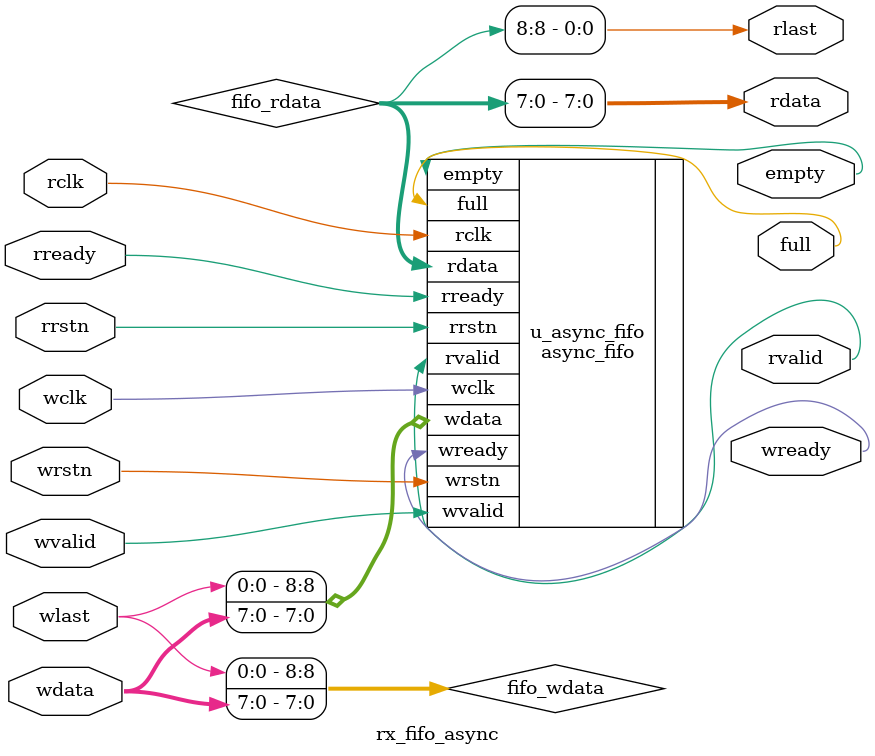
<source format=v>
`default_nettype none

module rx_fifo_async #(
    parameter integer ADDR_BITS = 4
) (
    input  wire        wclk,
    input  wire        wrstn,
    input  wire        wvalid,
    output wire        wready,
    input  wire [7:0]  wdata,
    input  wire        wlast,
    input  wire        rclk,
    input  wire        rrstn,
    output wire        rvalid,
    input  wire        rready,
    output wire [7:0]  rdata,
    output wire        rlast,
    output wire        full,
    output wire        empty
);

    wire [8:0] fifo_wdata;
    wire [8:0] fifo_rdata;

    assign fifo_wdata = {wlast, wdata};

    async_fifo #(
        .DATA_WIDTH(9),
        .ADDR_BITS (ADDR_BITS)
    ) u_async_fifo (
        .wclk  (wclk),
        .wrstn (wrstn),
        .wvalid(wvalid),
        .wready(wready),
        .wdata (fifo_wdata),
        .full  (full),
        .rclk  (rclk),
        .rrstn (rrstn),
        .rvalid(rvalid),
        .rready(rready),
        .rdata (fifo_rdata),
        .empty (empty)
    );

    assign {rlast, rdata} = fifo_rdata;

endmodule

`default_nettype wire

</source>
